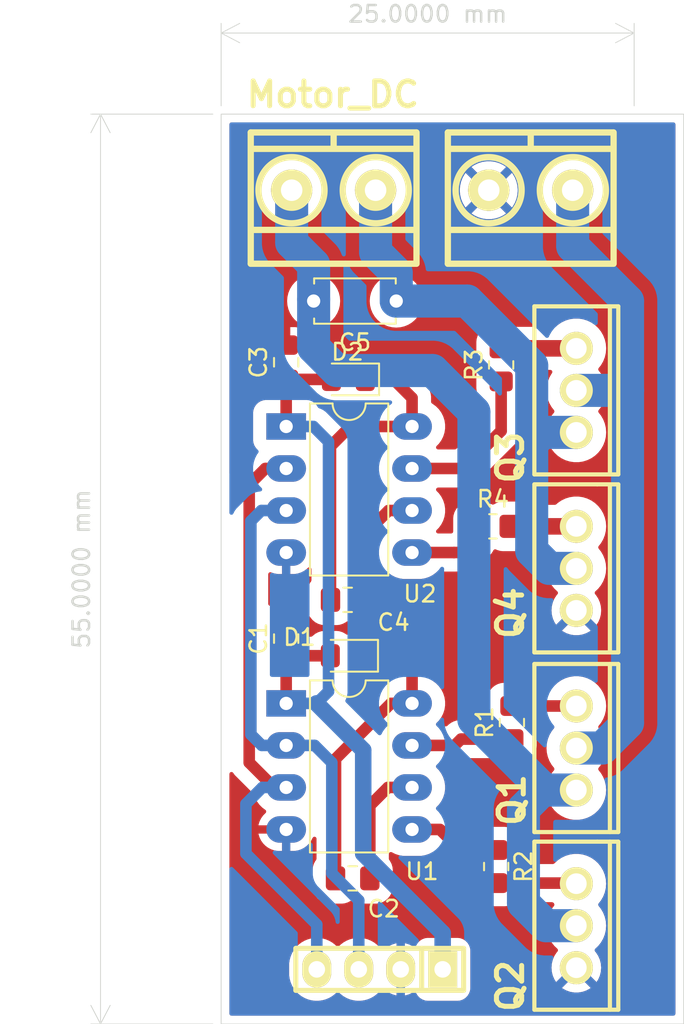
<source format=kicad_pcb>
(kicad_pcb (version 20240108) (generator "pcbnew") (generator_version "8.0")
  (layers (0 "F.Cu" signal) (31 "B.Cu" signal) (34 "B.Paste" user) (35 "F.Paste" user) (36 "B.SilkS" user "B.Silkscreen") (37 "F.SilkS" user "F.Silkscreen") (38 "B.Mask" user) (39 "F.Mask" user) (44 "Edge.Cuts" user))
  (net 0 "")
  (net 1 "GNDREF")
  (net 2 "+5V")
  (net 3 "Net-(U1-VS)")
  (net 4 "Net-(D1-K)")
  (net 5 "Net-(D2-K)")
  (net 6 "Net-(U2-VS)")
  (net 7 "Net-(M1-+)")
  (net 8 "Net-(M1--)")
  (net 9 "Net-(Q1-G)")
  (net 10 "VCC")
  (net 11 "Net-(Q2-G)")
  (net 12 "Net-(Q3-G)")
  (net 13 "Net-(Q4-G)")
  (net 14 "Net-(U1-HO)")
  (net 15 "Net-(U1-LO)")
  (net 16 "Net-(U2-HO)")
  (net 17 "Net-(U2-LO)")
  (net 18 "/IN1")
  (net 19 "/IN2")
  (footprint "Resistor_SMD:R_0805_2012Metric_Pad1.20x1.40mm_HandSolder" (layer "F.Cu") (at 126.65 116.985 -90)
    (property "Reference" "R2" (at 0 -1.65 90) (layer "F.SilkS"))
    (property "Value" "R")
    (fp_line (start -0.227064 0.735) (end 0.227064 0.735) (stroke (width 0.12)) (layer "F.SilkS"))
    (fp_line (start -0.227064 -0.735) (end 0.227064 -0.735) (stroke (width 0.12)) (layer "F.SilkS"))
    (pad "1" smd roundrect (at -1 0 270) (size 1.2 1.4) (layers "F.Cu" "F.Paste" "F.Mask") (roundrect_rratio 0.208333) (net 15 "Net-(U1-LO)"))
    (pad "2" smd roundrect (at 1 0 270) (size 1.2 1.4) (layers "F.Cu" "F.Paste" "F.Mask") (roundrect_rratio 0.208333) (net 11 "Net-(Q2-G)"))
  )
  (footprint "EESTN5:DIP-8" (layer "F.Cu") (at 113.9375 90.3825)
    (property "Reference" "U2" (at 8.095 10.12 0) (layer "F.SilkS"))
    (property "Value" "FAN7382" (hide yes))
    (fp_line (start 1.44 -1.39) (end 1.44 9.01) (stroke (width 0.12)) (layer "F.SilkS"))
    (fp_line (start 1.44 9.01) (end 6.18 9.01) (stroke (width 0.12)) (layer "F.SilkS"))
    (fp_line (start 2.81 -1.39) (end 1.44 -1.39) (stroke (width 0.12)) (layer "F.SilkS"))
    (fp_line (start 6.18 -1.39) (end 4.81 -1.39) (stroke (width 0.12)) (layer "F.SilkS"))
    (fp_line (start 6.18 9.01) (end 6.18 -1.39) (stroke (width 0.12)) (layer "F.SilkS"))
    (fp_arc (start 4.81 -1.39) (mid 3.81 -0.39) (end 2.81 -1.39) (stroke (width 0.12)) (layer "F.SilkS"))
    (pad "1" thru_hole rect (at 0 0) (size 2.4 1.6) (drill 0.8) (layers "*.Cu" "*.Mask") (net 2 "+5V"))
    (pad "2" thru_hole oval (at 0 2.54) (size 2.4 1.6) (drill 0.8) (layers "*.Cu" "*.Mask") (net 19 "/IN2"))
    (pad "3" thru_hole oval (at 0 5.08) (size 2.4 1.6) (drill 0.8) (layers "*.Cu" "*.Mask") (net 18 "/IN1"))
    (pad "4" thru_hole oval (at 0 7.62) (size 2.4 1.6) (drill 0.8) (layers "*.Cu" "*.Mask") (net 1 "GNDREF"))
    (pad "5" thru_hole oval (at 7.62 7.62) (size 2.4 1.6) (drill 0.8) (layers "*.Cu" "*.Mask") (net 17 "Net-(U2-LO)"))
    (pad "6" thru_hole oval (at 7.62 5.08) (size 2.4 1.6) (drill 0.8) (layers "*.Cu" "*.Mask") (net 6 "Net-(U2-VS)"))
    (pad "7" thru_hole oval (at 7.62 2.54) (size 2.4 1.6) (drill 0.8) (layers "*.Cu" "*.Mask") (net 16 "Net-(U2-HO)"))
    (pad "8" thru_hole oval (at 7.62 0) (size 2.4 1.6) (drill 0.8) (layers "*.Cu" "*.Mask") (net 5 "Net-(D2-K)"))
  )
  (footprint "Capacitor_SMD:C_0805_2012Metric_Pad1.18x1.45mm_HandSolder" (layer "F.Cu") (at 117.9625 117.7)
    (property "Reference" "C2" (at 1.88 1.84 0) (layer "F.SilkS"))
    (property "Value" "10u" (hide yes))
    (fp_line (start -0.261252 -0.735) (end 0.261252 -0.735) (stroke (width 0.12)) (layer "F.SilkS"))
    (fp_line (start -0.261252 0.735) (end 0.261252 0.735) (stroke (width 0.12)) (layer "F.SilkS"))
    (pad "1" smd roundrect (at -1.0375 0) (size 1.175 1.45) (layers "F.Cu" "F.Paste" "F.Mask") (roundrect_rratio 0.212766) (net 4 "Net-(D1-K)"))
    (pad "2" smd roundrect (at 1.0375 0) (size 1.175 1.45) (layers "F.Cu" "F.Paste" "F.Mask") (roundrect_rratio 0.212766) (net 3 "Net-(U1-VS)"))
  )
  (footprint "Capacitor_SMD:C_0805_2012Metric_Pad1.18x1.45mm_HandSolder" (layer "F.Cu") (at 113.9375 103.205 90)
    (property "Reference" "C1" (at 0 -1.68 90) (layer "F.SilkS"))
    (property "Value" "10u" (hide yes))
    (fp_line (start -0.261252 -0.735) (end 0.261252 -0.735) (stroke (width 0.12)) (layer "F.SilkS"))
    (fp_line (start -0.261252 0.735) (end 0.261252 0.735) (stroke (width 0.12)) (layer "F.SilkS"))
    (pad "1" smd roundrect (at -1.0375 0 90) (size 1.175 1.45) (layers "F.Cu" "F.Paste" "F.Mask") (roundrect_rratio 0.212766) (net 2 "+5V"))
    (pad "2" smd roundrect (at 1.0375 0 90) (size 1.175 1.45) (layers "F.Cu" "F.Paste" "F.Mask") (roundrect_rratio 0.212766) (net 1 "GNDREF"))
  )
  (footprint "EESTN5:TO-220" (layer "F.Cu") (at 131.5 120.56 -90)
    (property "Reference" "Q2" (at 3.64 4 90) (layer "F.SilkS") (effects (font (size 1.524 1.524) (thickness 0.3048))))
    (property "Value" "IRFZ44N" (hide yes))
    (fp_line (start -5.08 2.54) (end 5.08 2.54) (stroke (width 0.254)) (layer "F.SilkS"))
    (fp_line (start 5.08 2.54) (end 5.08 -2.54) (stroke (width 0.254)) (layer "F.SilkS"))
    (fp_line (start -5.08 -1.27) (end -5.08 2.54) (stroke (width 0.254)) (layer "F.SilkS"))
    (fp_line (start -5.08 -2.032) (end 5.08 -2.032) (stroke (width 0.254)) (layer "F.SilkS"))
    (fp_line (start -5.08 -2.54) (end -5.08 -1.27) (stroke (width 0.254)) (layer "F.SilkS"))
    (fp_line (start 5.08 -2.54) (end -5.08 -2.54) (stroke (width 0.254)) (layer "F.SilkS"))
    (pad "1" thru_hole circle (at -2.54 0 270) (size 2 2) (drill 1.24968) (layers "*.Cu" "*.Mask" "F.SilkS") (net 11 "Net-(Q2-G)"))
    (pad "2" thru_hole circle (at 0 0 270) (size 2 2) (drill 1.24968) (layers "*.Cu" "*.Mask" "F.SilkS") (net 8 "Net-(M1--)"))
    (pad "3" thru_hole circle (at 2.54 0 270) (size 2 2) (drill 1.24968) (layers "*.Cu" "*.Mask" "F.SilkS") (net 1 "GNDREF"))
  )
  (footprint "EESTN5:BORNERA2_AZUL" (layer "F.Cu") (at 116.81 76.1 180)
    (property "Reference" "M1" (hide yes))
    (property "Value" "Motor_DC" (at 0.05 5.78375 0) (layer "F.SilkS") (effects (font (size 1.5 1.5) (thickness 0.3))))
    (fp_line (start 5.0165 3.4925) (end 5.0165 -4.445) (stroke (width 0.381)) (layer "F.SilkS"))
    (fp_line (start 5.0165 -4.445) (end -4.9835 -4.445) (stroke (width 0.381)) (layer "F.SilkS"))
    (fp_line (start 0 2.54) (end 0 3.4845) (stroke (width 0.381)) (layer "F.SilkS"))
    (fp_line (start -4.9835 3.4925) (end 5.0165 3.4925) (stroke (width 0.381)) (layer "F.SilkS"))
    (fp_line (start -5 2.5) (end 5 2.5) (stroke (width 0.381)) (layer "F.SilkS"))
    (fp_line (start -5 -2.4) (end 5 -2.4) (stroke (width 0.381)) (layer "F.SilkS"))
    (fp_line (start -5.0165 -4.445) (end -5.0165 3.4925) (stroke (width 0.381)) (layer "F.SilkS"))
    (fp_circle (center 2.55 0) (end 0.55 0) (stroke (width 0.381)) (fill none) (layer "F.SilkS"))
    (fp_circle (center -2.55 0) (end -0.55 0) (stroke (width 0.381)) (fill none) (layer "F.SilkS"))
    (pad "1" thru_hole circle (at -2.54 0 180) (size 2.5 2.5) (drill 1.3) (layers "*.Cu" "*.Mask" "F.SilkS") (net 7 "Net-(M1-+)"))
    (pad "2" thru_hole circle (at 2.54 0 180) (size 2.5 2.5) (drill 1.3) (layers "*.Cu" "*.Mask" "F.SilkS") (net 8 "Net-(M1--)"))
  )
  (footprint "Resistor_SMD:R_0805_2012Metric_Pad1.20x1.40mm_HandSolder" (layer "F.Cu") (at 126.95 86.66 90)
    (property "Reference" "R3" (at 0 -1.65 90) (layer "F.SilkS"))
    (property "Value" "R")
    (fp_line (start -0.227064 -0.735) (end 0.227064 -0.735) (stroke (width 0.12)) (layer "F.SilkS"))
    (fp_line (start -0.227064 0.735) (end 0.227064 0.735) (stroke (width 0.12)) (layer "F.SilkS"))
    (pad "1" smd roundrect (at -1 0 90) (size 1.2 1.4) (layers "F.Cu" "F.Paste" "F.Mask") (roundrect_rratio 0.208333) (net 16 "Net-(U2-HO)"))
    (pad "2" smd roundrect (at 1 0 90) (size 1.2 1.4) (layers "F.Cu" "F.Paste" "F.Mask") (roundrect_rratio 0.208333) (net 12 "Net-(Q3-G)"))
  )
  (footprint "EESTN5:BORNERA2_AZUL" (layer "F.Cu") (at 128.74 76.1 180)
    (property "Reference" "J2" (hide yes))
    (property "Value" "Screw_Terminal_01x02" (hide yes))
    (fp_line (start 5.0165 3.4925) (end 5.0165 -4.445) (stroke (width 0.381)) (layer "F.SilkS"))
    (fp_line (start 5.0165 -4.445) (end -4.9835 -4.445) (stroke (width 0.381)) (layer "F.SilkS"))
    (fp_line (start 0 2.54) (end 0 3.4845) (stroke (width 0.381)) (layer "F.SilkS"))
    (fp_line (start -4.9835 3.4925) (end 5.0165 3.4925) (stroke (width 0.381)) (layer "F.SilkS"))
    (fp_line (start -5 2.5) (end 5 2.5) (stroke (width 0.381)) (layer "F.SilkS"))
    (fp_line (start -5 -2.4) (end 5 -2.4) (stroke (width 0.381)) (layer "F.SilkS"))
    (fp_line (start -5.0165 -4.445) (end -5.0165 3.4925) (stroke (width 0.381)) (layer "F.SilkS"))
    (fp_circle (center 2.55 0) (end 0.55 0) (stroke (width 0.381)) (fill none) (layer "F.SilkS"))
    (fp_circle (center -2.55 0) (end -0.55 0) (stroke (width 0.381)) (fill none) (layer "F.SilkS"))
    (pad "1" thru_hole circle (at -2.54 0 180) (size 2.5 2.5) (drill 1.3) (layers "*.Cu" "*.Mask" "F.SilkS") (net 10 "VCC"))
    (pad "2" thru_hole circle (at 2.54 0 180) (size 2.5 2.5) (drill 1.3) (layers "*.Cu" "*.Mask" "F.SilkS") (net 1 "GNDREF"))
  )
  (footprint "Resistor_SMD:R_0805_2012Metric_Pad1.20x1.40mm_HandSolder" (layer "F.Cu") (at 127.6 108.28 90)
    (property "Reference" "R1" (at 0 -1.65 90) (layer "F.SilkS"))
    (property "Value" "R")
    (fp_line (start -0.227064 -0.735) (end 0.227064 -0.735) (stroke (width 0.12)) (layer "F.SilkS"))
    (fp_line (start -0.227064 0.735) (end 0.227064 0.735) (stroke (width 0.12)) (layer "F.SilkS"))
    (pad "1" smd roundrect (at -1 0 90) (size 1.2 1.4) (layers "F.Cu" "F.Paste" "F.Mask") (roundrect_rratio 0.208333) (net 14 "Net-(U1-HO)"))
    (pad "2" smd roundrect (at 1 0 90) (size 1.2 1.4) (layers "F.Cu" "F.Paste" "F.Mask") (roundrect_rratio 0.208333) (net 9 "Net-(Q1-G)"))
  )
  (footprint "Capacitor_SMD:C_0805_2012Metric_Pad1.18x1.45mm_HandSolder" (layer "F.Cu") (at 113.9375 86.5 90)
    (property "Reference" "C3" (at 0 -1.68 90) (layer "F.SilkS"))
    (property "Value" "10u" (hide yes))
    (fp_line (start -0.261252 -0.735) (end 0.261252 -0.735) (stroke (width 0.12)) (layer "F.SilkS"))
    (fp_line (start -0.261252 0.735) (end 0.261252 0.735) (stroke (width 0.12)) (layer "F.SilkS"))
    (pad "1" smd roundrect (at -1.0375 0 90) (size 1.175 1.45) (layers "F.Cu" "F.Paste" "F.Mask") (roundrect_rratio 0.212766) (net 2 "+5V"))
    (pad "2" smd roundrect (at 1.0375 0 90) (size 1.175 1.45) (layers "F.Cu" "F.Paste" "F.Mask") (roundrect_rratio 0.212766) (net 1 "GNDREF"))
  )
  (footprint "Resistor_SMD:R_0805_2012Metric_Pad1.20x1.40mm_HandSolder" (layer "F.Cu") (at 126.45 96.42)
    (property "Reference" "R4" (at 0 -1.65 0) (layer "F.SilkS"))
    (property "Value" "R" (hide yes))
    (fp_line (start -0.227064 -0.735) (end 0.227064 -0.735) (stroke (width 0.12)) (layer "F.SilkS"))
    (fp_line (start -0.227064 0.735) (end 0.227064 0.735) (stroke (width 0.12)) (layer "F.SilkS"))
    (pad "1" smd roundrect (at -1 0) (size 1.2 1.4) (layers "F.Cu" "F.Paste" "F.Mask") (roundrect_rratio 0.208333) (net 17 "Net-(U2-LO)"))
    (pad "2" smd roundrect (at 1 0) (size 1.2 1.4) (layers "F.Cu" "F.Paste" "F.Mask") (roundrect_rratio 0.208333) (net 13 "Net-(Q4-G)"))
  )
  (footprint "Diode_SMD:D_0805_2012Metric_Pad1.15x1.40mm_HandSolder" (layer "F.Cu") (at 117.7 87.5375 180)
    (property "Reference" "D2" (at 0.0525 1.66 0) (layer "F.SilkS"))
    (property "Value" "1N4007" (hide yes))
    (fp_line (start 1 -0.96) (end -1.86 -0.96) (stroke (width 0.12)) (layer "F.SilkS"))
    (fp_line (start -1.86 0.96) (end 1 0.96) (stroke (width 0.12)) (layer "F.SilkS"))
    (fp_line (start -1.86 -0.96) (end -1.86 0.96) (stroke (width 0.12)) (layer "F.SilkS"))
    (pad "1" smd roundrect (at -1.025 0 180) (size 1.15 1.4) (layers "F.Cu" "F.Paste" "F.Mask") (roundrect_rratio 0.217391) (net 5 "Net-(D2-K)"))
    (pad "2" smd roundrect (at 1.025 0 180) (size 1.15 1.4) (layers "F.Cu" "F.Paste" "F.Mask") (roundrect_rratio 0.217391) (net 2 "+5V"))
  )
  (footprint "EESTN5:pin_strip_4" (layer "F.Cu") (at 119.6 123.2 180)
    (property "Reference" "J1" (hide yes))
    (property "Value" "CONEXIÓN DE CONTROL" (hide yes))
    (fp_line (start 5.08 1.27) (end -5.08 1.27) (stroke (width 0.3048)) (layer "F.SilkS"))
    (fp_line (start 5.08 -1.27) (end 5.08 1.27) (stroke (width 0.3048)) (layer "F.SilkS"))
    (fp_line (start -2.54 -1.27) (end -2.54 1.27) (stroke (width 0.3048)) (layer "F.SilkS"))
    (fp_line (start -5.08 1.27) (end -5.08 -1.27) (stroke (width 0.3048)) (layer "F.SilkS"))
    (fp_line (start -5.08 -1.27) (end 5.08 -1.27) (stroke (width 0.3048)) (layer "F.SilkS"))
    (pad "1" thru_hole rect (at -3.81 0 180) (size 1.75 2.2) (drill 1.00076) (layers "*.Cu" "*.Mask" "F.SilkS") (net 2 "+5V"))
    (pad "2" thru_hole oval (at -1.27 0 180) (size 1.75 2.2) (drill 1.00076) (layers "*.Cu" "*.Mask" "F.SilkS") (net 1 "GNDREF"))
    (pad "3" thru_hole oval (at 1.27 0 180) (size 1.75 2.2) (drill 1.00076) (layers "*.Cu" "*.Mask" "F.SilkS") (net 18 "/IN1"))
    (pad "4" thru_hole oval (at 3.81 0 180) (size 1.75 2.2) (drill 1.00076) (layers "*.Cu" "*.Mask" "F.SilkS") (net 19 "/IN2"))
  )
  (footprint "EESTN5:DIP-8" (layer "F.Cu") (at 113.9375 107.1225)
    (property "Reference" "U1" (at 8.22 10.16 0) (layer "F.SilkS"))
    (property "Value" "FAN7382" (hide yes))
    (fp_line (start 1.44 -1.39) (end 1.44 9.01) (stroke (width 0.12)) (layer "F.SilkS"))
    (fp_line (start 1.44 9.01) (end 6.18 9.01) (stroke (width 0.12)) (layer "F.SilkS"))
    (fp_line (start 2.81 -1.39) (end 1.44 -1.39) (stroke (width 0.12)) (layer "F.SilkS"))
    (fp_line (start 6.18 -1.39) (end 4.81 -1.39) (stroke (width 0.12)) (layer "F.SilkS"))
    (fp_line (start 6.18 9.01) (end 6.18 -1.39) (stroke (width 0.12)) (layer "F.SilkS"))
    (fp_arc (start 4.81 -1.39) (mid 3.81 -0.39) (end 2.81 -1.39) (stroke (width 0.12)) (layer "F.SilkS"))
    (pad "1" thru_hole rect (at 0 0) (size 2.4 1.6) (drill 0.8) (layers "*.Cu" "*.Mask") (net 2 "+5V"))
    (pad "2" thru_hole oval (at 0 2.54) (size 2.4 1.6) (drill 0.8) (layers "*.Cu" "*.Mask") (net 18 "/IN1"))
    (pad "3" thru_hole oval (at 0 5.08) (size 2.4 1.6) (drill 0.8) (layers "*.Cu" "*.Mask") (net 19 "/IN2"))
    (pad "4" thru_hole oval (at 0 7.62) (size 2.4 1.6) (drill 0.8) (layers "*.Cu" "*.Mask") (net 1 "GNDREF"))
    (pad "5" thru_hole oval (at 7.62 7.62) (size 2.4 1.6) (drill 0.8) (layers "*.Cu" "*.Mask") (net 15 "Net-(U1-LO)"))
    (pad "6" thru_hole oval (at 7.62 5.08) (size 2.4 1.6) (drill 0.8) (layers "*.Cu" "*.Mask") (net 3 "Net-(U1-VS)"))
    (pad "7" thru_hole oval (at 7.62 2.54) (size 2.4 1.6) (drill 0.8) (layers "*.Cu" "*.Mask") (net 14 "Net-(U1-HO)"))
    (pad "8" thru_hole oval (at 7.62 0) (size 2.4 1.6) (drill 0.8) (layers "*.Cu" "*.Mask") (net 4 "Net-(D1-K)"))
  )
  (footprint "EESTN5:TO-220" (layer "F.Cu") (at 131.5 98.96 -90)
    (property "Reference" "Q4" (at 2.7 4 90) (layer "F.SilkS") (effects (font (size 1.524 1.524) (thickness 0.3048))))
    (property "Value" "IRFZ44N" (hide yes))
    (fp_line (start -5.08 2.54) (end 5.08 2.54) (stroke (width 0.254)) (layer "F.SilkS"))
    (fp_line (start 5.08 2.54) (end 5.08 -2.54) (stroke (width 0.254)) (layer "F.SilkS"))
    (fp_line (start -5.08 -1.27) (end -5.08 2.54) (stroke (width 0.254)) (layer "F.SilkS"))
    (fp_line (start -5.08 -2.032) (end 5.08 -2.032) (stroke (width 0.254)) (layer "F.SilkS"))
    (fp_line (start -5.08 -2.54) (end -5.08 -1.27) (stroke (width 0.254)) (layer "F.SilkS"))
    (fp_line (start 5.08 -2.54) (end -5.08 -2.54) (stroke (width 0.254)) (layer "F.SilkS"))
    (pad "1" thru_hole circle (at -2.54 0 270) (size 2 2) (drill 1.24968) (layers "*.Cu" "*.Mask" "F.SilkS") (net 13 "Net-(Q4-G)"))
    (pad "2" thru_hole circle (at 0 0 270) (size 2 2) (drill 1.24968) (layers "*.Cu" "*.Mask" "F.SilkS") (net 7 "Net-(M1-+)"))
    (pad "3" thru_hole circle (at 2.54 0 270) (size 2 2) (drill 1.24968) (layers "*.Cu" "*.Mask" "F.SilkS") (net 1 "GNDREF"))
  )
  (footprint "EESTN5:TO-220" (layer "F.Cu") (at 131.5 109.82 -90)
    (property "Reference" "Q1" (at 3.14 3.9 90) (layer "F.SilkS") (effects (font (size 1.524 1.524) (thickness 0.3048))))
    (property "Value" "IRFZ44N" (hide yes))
    (fp_line (start -5.08 2.54) (end 5.08 2.54) (stroke (width 0.254)) (layer "F.SilkS"))
    (fp_line (start 5.08 2.54) (end 5.08 -2.54) (stroke (width 0.254)) (layer "F.SilkS"))
    (fp_line (start -5.08 -1.27) (end -5.08 2.54) (stroke (width 0.254)) (layer "F.SilkS"))
    (fp_line (start -5.08 -2.032) (end 5.08 -2.032) (stroke (width 0.254)) (layer "F.SilkS"))
    (fp_line (start -5.08 -2.54) (end -5.08 -1.27) (stroke (width 0.254)) (layer "F.SilkS"))
    (fp_line (start 5.08 -2.54) (end -5.08 -2.54) (stroke (width 0.254)) (layer "F.SilkS"))
    (pad "1" thru_hole circle (at -2.54 0 270) (size 2 2) (drill 1.24968) (layers "*.Cu" "*.Mask" "F.SilkS") (net 9 "Net-(Q1-G)"))
    (pad "2" thru_hole circle (at 0 0 270) (size 2 2) (drill 1.24968) (layers "*.Cu" "*.Mask" "F.SilkS") (net 10 "VCC"))
    (pad "3" thru_hole circle (at 2.54 0 270) (size 2 2) (drill 1.24968) (layers "*.Cu" "*.Mask" "F.SilkS") (net 8 "Net-(M1--)"))
  )
  (footprint "Diode_SMD:D_0805_2012Metric_Pad1.15x1.40mm_HandSolder" (layer "F.Cu") (at 117.635 104.2425 180)
    (property "Reference" "D1" (at 2.8975 1.12 0) (layer "F.SilkS"))
    (property "Value" "1N4007" (hide yes))
    (fp_line (start 1 -0.96) (end -1.86 -0.96) (stroke (width 0.12)) (layer "F.SilkS"))
    (fp_line (start -1.86 0.96) (end 1 0.96) (stroke (width 0.12)) (layer "F.SilkS"))
    (fp_line (start -1.86 -0.96) (end -1.86 0.96) (stroke (width 0.12)) (layer "F.SilkS"))
    (pad "1" smd roundrect (at -1.025 0 180) (size 1.15 1.4) (layers "F.Cu" "F.Paste" "F.Mask") (roundrect_rratio 0.217391) (net 4 "Net-(D1-K)"))
    (pad "2" smd roundrect (at 1.025 0 180) (size 1.15 1.4) (layers "F.Cu" "F.Paste" "F.Mask") (roundrect_rratio 0.217391) (net 2 "+5V"))
  )
  (footprint "EESTN5:TO-220" (layer "F.Cu") (at 131.5 88.2 -90)
    (property "Reference" "Q3" (at 4.06 4 90) (layer "F.SilkS") (effects (font (size 1.524 1.524) (thickness 0.3048))))
    (property "Value" "IRFZ44N" (hide yes))
    (fp_line (start -5.08 2.54) (end 5.08 2.54) (stroke (width 0.254)) (layer "F.SilkS"))
    (fp_line (start 5.08 2.54) (end 5.08 -2.54) (stroke (width 0.254)) (layer "F.SilkS"))
    (fp_line (start -5.08 -1.27) (end -5.08 2.54) (stroke (width 0.254)) (layer "F.SilkS"))
    (fp_line (start -5.08 -2.032) (end 5.08 -2.032) (stroke (width 0.254)) (layer "F.SilkS"))
    (fp_line (start -5.08 -2.54) (end -5.08 -1.27) (stroke (width 0.254)) (layer "F.SilkS"))
    (fp_line (start 5.08 -2.54) (end -5.08 -2.54) (stroke (width 0.254)) (layer "F.SilkS"))
    (pad "1" thru_hole circle (at -2.54 0 270) (size 2 2) (drill 1.24968) (layers "*.Cu" "*.Mask" "F.SilkS") (net 12 "Net-(Q3-G)"))
    (pad "2" thru_hole circle (at 0 0 270) (size 2 2) (drill 1.24968) (layers "*.Cu" "*.Mask" "F.SilkS") (net 10 "VCC"))
    (pad "3" thru_hole circle (at 2.54 0 270) (size 2 2) (drill 1.24968) (layers "*.Cu" "*.Mask" "F.SilkS") (net 7 "Net-(M1-+)"))
  )
  (footprint "Capacitor_SMD:C_0805_2012Metric_Pad1.18x1.45mm_HandSolder" (layer "F.Cu") (at 117.6575 100.8625)
    (property "Reference" "C4" (at 2.78 1.36 0) (layer "F.SilkS"))
    (property "Value" "10u" (hide yes))
    (fp_line (start -0.261252 -0.735) (end 0.261252 -0.735) (stroke (width 0.12)) (layer "F.SilkS"))
    (fp_line (start -0.261252 0.735) (end 0.261252 0.735) (stroke (width 0.12)) (layer "F.SilkS"))
    (pad "1" smd roundrect (at -1.0375 0) (size 1.175 1.45) (layers "F.Cu" "F.Paste" "F.Mask") (roundrect_rratio 0.212766) (net 5 "Net-(D2-K)"))
    (pad "2" smd roundrect (at 1.0375 0) (size 1.175 1.45) (layers "F.Cu" "F.Paste" "F.Mask") (roundrect_rratio 0.212766) (net 6 "Net-(U2-VS)"))
  )
  (footprint "Capacitor_THT:C_Disc_D4.7mm_W2.5mm_P5.00mm" (layer "F.Cu") (at 120.6 82.8 180)
    (property "Reference" "C5" (at 2.5 -2.5 180) (layer "F.SilkS"))
    (property "Value" "100n")
    (fp_line (start 4.97 1.055) (end 4.97 1.37) (stroke (width 0.12)) (layer "F.SilkS"))
    (fp_line (start 4.97 -1.37) (end 4.97 -1.055) (stroke (width 0.12)) (layer "F.SilkS"))
    (fp_line (start 0.03 1.37) (end 4.97 1.37) (stroke (width 0.12)) (layer "F.SilkS"))
    (fp_line (start 0.03 1.055) (end 0.03 1.37) (stroke (width 0.12)) (layer "F.SilkS"))
    (fp_line (start 0.03 -1.37) (end 4.97 -1.37) (stroke (width 0.12)) (layer "F.SilkS"))
    (fp_line (start 0.03 -1.37) (end 0.03 -1.055) (stroke (width 0.12)) (layer "F.SilkS"))
    (pad "1" thru_hole circle (at 0 0 180) (size 1.6 1.6) (drill 0.8) (layers "*.Cu" "*.Mask") (net 7 "Net-(M1-+)"))
    (pad "2" thru_hole circle (at 5 0 180) (size 1.6 1.6) (drill 0.8) (layers "*.Cu" "*.Mask") (net 8 "Net-(M1--)"))
  )
  (gr_rect (start 110 71.5) (end 138 126.5) (stroke (width 0.05)) (fill none) (layer "Edge.Cuts"))
  (dimension (type aligned) (layer "Edge.Cuts") (pts (xy 110 71.5) (xy 110 126.5)) (height 7.299999) (gr_text "55,0000 mm" (at 101.550001 99 90) (layer "Edge.Cuts") (effects (font (size 1 1) (thickness 0.15)))) (format (prefix "") (suffix "") (units 3) (units_format 1) (precision 4)) (style (thickness 0.05) (arrow_length 1.27) (text_position_mode 0) (extension_height 0.58642) (extension_offset 0.5) keep_text_aligned))
  (dimension (type aligned) (layer "Edge.Cuts") (pts (xy 135 71.5) (xy 110 71.5)) (height 4.899999) (gr_text "25,0000 mm" (at 122.5 65.450001 0) (layer "Edge.Cuts") (effects (font (size 1 1) (thickness 0.15)))) (format (prefix "") (suffix "") (units 3) (units_format 1) (precision 4)) (style (thickness 0.05) (arrow_length 1.27) (text_position_mode 0) (extension_height 0.58642) (extension_offset 0.5) keep_text_aligned))
  (segment (start 113.9375 104.2425) (end 113.9375 107.1225) (width 0.7) (layer "F.Cu") (net 2))
  (segment (start 116.675 87.5375) (end 113.9375 87.5375) (width 0.7) (layer "F.Cu") (net 2))
  (segment (start 113.9375 104.2425) (end 116.61 104.2425) (width 0.7) (layer "F.Cu") (net 2))
  (segment (start 113.9375 87.5375) (end 113.9375 90.3825) (width 0.7) (layer "F.Cu") (net 2))
  (segment (start 123.41 123.2) (end 123.41 121.01) (width 1) (layer "B.Cu") (net 2))
  (segment (start 115.5825 90.3825) (end 116.5 91.3) (width 0.7) (layer "B.Cu") (net 2))
  (segment (start 116.5 91.3) (end 116.5 106.4) (width 0.7) (layer "B.Cu") (net 2))
  (segment (start 123.41 121.01) (end 118.6 116.2) (width 1) (layer "B.Cu") (net 2))
  (segment (start 115.7775 107.1225) (end 113.9375 107.1225) (width 0.7) (layer "B.Cu") (net 2))
  (segment (start 113.9375 90.3825) (end 115.5825 90.3825) (width 0.7) (layer "B.Cu") (net 2))
  (segment (start 118.6 116.2) (end 118.6 109.945) (width 1) (layer "B.Cu") (net 2))
  (segment (start 116.5 106.4) (end 115.7775 107.1225) (width 0.7) (layer "B.Cu") (net 2))
  (segment (start 118.6 109.945) (end 115.7775 107.1225) (width 1) (layer "B.Cu") (net 2))
  (segment (start 119 113.3) (end 119 117.7) (width 0.7) (layer "F.Cu") (net 3))
  (segment (start 121.5575 112.2025) (end 120.0975 112.2025) (width 0.7) (layer "F.Cu") (net 3))
  (segment (start 120.0975 112.2025) (end 119 113.3) (width 0.7) (layer "F.Cu") (net 3))
  (segment (start 120.4425 104.2425) (end 118.66 104.2425) (width 0.7) (layer "F.Cu") (net 4))
  (segment (start 121.5575 107.1225) (end 121.5575 105.3575) (width 0.7) (layer "F.Cu") (net 4))
  (segment (start 120.2775 107.1225) (end 121.5575 107.1225) (width 0.7) (layer "F.Cu") (net 4))
  (segment (start 116.925 117.7) (end 116.925 110.475) (width 0.7) (layer "F.Cu") (net 4))
  (segment (start 121.5575 105.3575) (end 120.4425 104.2425) (width 0.7) (layer "F.Cu") (net 4))
  (segment (start 116.925 110.475) (end 120.2775 107.1225) (width 0.7) (layer "F.Cu") (net 4))
  (segment (start 121.5575 90.3825) (end 117.8175 90.3825) (width 0.7) (layer "F.Cu") (net 5))
  (segment (start 117.8175 90.3825) (end 116.62 91.58) (width 0.7) (layer "F.Cu") (net 5))
  (segment (start 118.725 87.5375) (end 120.4375 87.5375) (width 0.7) (layer "F.Cu") (net 5))
  (segment (start 120.4375 87.5375) (end 121.5575 88.6575) (width 0.7) (layer "F.Cu") (net 5))
  (segment (start 116.62 91.58) (end 116.62 100.8625) (width 0.7) (layer "F.Cu") (net 5))
  (segment (start 121.5575 88.6575) (end 121.5575 90.3825) (width 0.7) (layer "F.Cu") (net 5))
  (segment (start 120.1375 95.4625) (end 121.5575 95.4625) (width 0.7) (layer "F.Cu") (net 6))
  (segment (start 118.695 100.8625) (end 118.695 96.905) (width 0.7) (layer "F.Cu") (net 6))
  (segment (start 118.695 96.905) (end 120.1375 95.4625) (width 0.7) (layer "F.Cu") (net 6))
  (segment (start 119.35 79.85) (end 119.35 76.1) (width 2) (layer "B.Cu") (net 7))
  (segment (start 124.9 82.8) (end 120.6 82.8) (width 2) (layer "B.Cu") (net 7))
  (segment (start 129.5 90.7) (end 129.54 90.74) (width 2) (layer "B.Cu") (net 7))
  (segment (start 129.54 90.74) (end 131.5 90.74) (width 2) (layer "B.Cu") (net 7))
  (segment (start 129.86 98.96) (end 128.8 97.9) (width 2) (layer "B.Cu") (net 7))
  (segment (start 128.8 97.9) (end 128.8 91.4) (width 2) (layer "B.Cu") (net 7))
  (segment (start 128.8 91.4) (end 128.8 86.7) (width 2) (layer "B.Cu") (net 7))
  (segment (start 128.8 86.7) (end 124.9 82.8) (width 2) (layer "B.Cu") (net 7))
  (segment (start 120.6 82.8) (end 120.6 81.1) (width 2) (layer "B.Cu") (net 7))
  (segment (start 131.5 98.96) (end 129.86 98.96) (width 2) (layer "B.Cu") (net 7))
  (segment (start 128.8 91.4) (end 129.5 90.7) (width 2) (layer "B.Cu") (net 7))
  (segment (start 120.6 81.1) (end 119.35 79.85) (width 2) (layer "B.Cu") (net 7))
  (segment (start 129.5 112.3) (end 129.56 112.36) (width 2) (layer "B.Cu") (net 8))
  (segment (start 122.8 87) (end 117 87) (width 2) (layer "B.Cu") (net 8))
  (segment (start 129.56 112.36) (end 131.5 112.36) (width 2) (layer "B.Cu") (net 8))
  (segment (start 129.66 120.56) (end 128.3 119.2) (width 2) (layer "B.Cu") (net 8))
  (segment (start 115.6 82.7) (end 115.6 80.6) (width 2) (layer "B.Cu") (net 8))
  (segment (start 125.3 108.1) (end 125.3 89.5) (width 2) (layer "B.Cu") (net 8))
  (segment (start 115.6 80.6) (end 114.27 79.27) (width 2) (layer "B.Cu") (net 8))
  (segment (start 129.5 112.3) (end 125.3 108.1) (width 2) (layer "B.Cu") (net 8))
  (segment (start 117 87) (end 115.6 85.6) (width 2) (layer "B.Cu") (net 8))
  (segment (start 115.6 85.6) (end 115.6 82.7) (width 2) (layer "B.Cu") (net 8))
  (segment (start 125.3 89.5) (end 122.8 87) (width 2) (layer "B.Cu") (net 8))
  (segment (start 128.3 119.2) (end 128.3 113.5) (width 2) (layer "B.Cu") (net 8))
  (segment (start 128.3 113.5) (end 129.5 112.3) (width 2) (layer "B.Cu") (net 8))
  (segment (start 114.27 79.27) (end 114.27 76.1) (width 2) (layer "B.Cu") (net 8))
  (segment (start 131.5 120.56) (end 129.66 120.56) (width 2) (layer "B.Cu") (net 8))
  (segment (start 127.6 107.28) (end 131.5 107.28) (width 0.7) (layer "F.Cu") (net 9))
  (segment (start 133.08 109.82) (end 131.5 109.82) (width 2) (layer "B.Cu") (net 10))
  (segment (start 131.28 79.48) (end 134.6 82.8) (width 2) (layer "B.Cu") (net 10))
  (segment (start 131.28 76.1) (end 131.28 79.48) (width 2) (layer "B.Cu") (net 10))
  (segment (start 131.5 88.2) (end 134.6 88.2) (width 2) (layer "B.Cu") (net 10))
  (segment (start 134.6 82.8) (end 134.6 88.2) (width 2) (layer "B.Cu") (net 10))
  (segment (start 134.6 88.2) (end 134.6 108.3) (width 2) (layer "B.Cu") (net 10))
  (segment (start 134.6 108.3) (end 133.08 109.82) (width 2) (layer "B.Cu") (net 10))
  (segment (start 131.465 117.985) (end 131.5 118.02) (width 0.7) (layer "F.Cu") (net 11))
  (segment (start 126.65 117.985) (end 131.465 117.985) (width 0.7) (layer "F.Cu") (net 11))
  (segment (start 126.95 85.66) (end 131.5 85.66) (width 1) (layer "F.Cu") (net 12))
  (segment (start 127.45 96.42) (end 131.5 96.42) (width 1) (layer "F.Cu") (net 13))
  (segment (start 124.52 109.28) (end 124.1375 109.6625) (width 0.7) (layer "F.Cu") (net 14))
  (segment (start 127.6 109.28) (end 124.52 109.28) (width 0.7) (layer "F.Cu") (net 14))
  (segment (start 124.1375 109.6625) (end 121.5575 109.6625) (width 0.7) (layer "F.Cu") (net 14))
  (segment (start 124.485 115.985) (end 126.65 115.985) (width 0.7) (layer "F.Cu") (net 15))
  (segment (start 121.5575 114.7425) (end 123.2425 114.7425) (width 0.7) (layer "F.Cu") (net 15))
  (segment (start 123.2425 114.7425) (end 124.485 115.985) (width 0.7) (layer "F.Cu") (net 15))
  (segment (start 126.95 87.66) (end 126.95 90.65) (width 0.7) (layer "F.Cu") (net 16))
  (segment (start 124.6775 92.9225) (end 121.5575 92.9225) (width 0.7) (layer "F.Cu") (net 16))
  (segment (start 126.95 90.65) (end 124.6775 92.9225) (width 0.7) (layer "F.Cu") (net 16))
  (segment (start 124.8 98) (end 124.1 98) (width 0.7) (layer "F.Cu") (net 17))
  (segment (start 125.45 96.42) (end 125.45 97.35) (width 0.7) (layer "F.Cu") (net 17))
  (segment (start 125.45 97.35) (end 124.8 98) (width 0.7) (layer "F.Cu") (net 17))
  (segment (start 124.1 98) (end 124.0975 98.0025) (width 0.7) (layer "F.Cu") (net 17))
  (segment (start 124.0975 98.0025) (end 121.5575 98.0025) (width 0.7) (layer "F.Cu") (net 17))
  (segment (start 113.9375 109.6625) (end 112.4625 109.6625) (width 0.7) (layer "B.Cu") (net 18))
  (segment (start 118.33 119.03) (end 116.7 117.4) (width 0.7) (layer "B.Cu") (net 18))
  (segment (start 116.7 117.4) (end 116.7 110.7) (width 0.7) (layer "B.Cu") (net 18))
  (segment (start 111.8 96.1) (end 112.4375 95.4625) (width 0.7) (layer "B.Cu") (net 18))
  (segment (start 112.4625 109.6625) (end 111.8 109) (width 0.7) (layer "B.Cu") (net 18))
  (segment (start 115.6625 109.6625) (end 113.9375 109.6625) (width 0.7) (layer "B.Cu") (net 18))
  (segment (start 111.8 109) (end 111.8 96.1) (width 0.7) (layer "B.Cu") (net 18))
  (segment (start 116.7 110.7) (end 115.6625 109.6625) (width 0.7) (layer "B.Cu") (net 18))
  (segment (start 118.33 123.2) (end 118.33 119.03) (width 0.7) (layer "B.Cu") (net 18))
  (segment (start 112.4375 95.4625) (end 113.9375 95.4625) (width 0.7) (layer "B.Cu") (net 18))
  (segment (start 112.6775 92.9225) (end 113.9375 92.9225) (width 0.7) (layer "F.Cu") (net 19))
  (segment (start 113.2025 112.2025) (end 111.7 110.7) (width 0.7) (layer "F.Cu") (net 19))
  (segment (start 113.9375 112.2025) (end 113.2025 112.2025) (width 0.7) (layer "F.Cu") (net 19))
  (segment (start 111.7 93.9) (end 112.6775 92.9225) (width 0.7) (layer "F.Cu") (net 19))
  (segment (start 111.7 110.7) (end 111.7 93.9) (width 0.7) (layer "F.Cu") (net 19))
  (segment (start 112.4975 112.2025) (end 113.9375 112.2025) (width 0.7) (layer "B.Cu") (net 19))
  (segment (start 115.79 120.49) (end 111.5 116.2) (width 0.7) (layer "B.Cu") (net 19))
  (segment (start 115.79 123.2) (end 115.79 120.49) (width 0.7) (layer "B.Cu") (net 19))
  (segment (start 111.5 113.2) (end 112.4975 112.2025) (width 0.7) (layer "B.Cu") (net 19))
  (segment (start 111.5 116.2) (end 111.5 113.2) (width 0.7) (layer "B.Cu") (net 19))
  (zone (net 1) (net_name "GNDREF") (layer "F.Cu") (connect_pads (clearance 0.8)) (min_thickness 0.25) (fill yes (thermal_gap 0.5) (thermal_bridge_width 0.5) (island_removal_mode 2) (island_area_min 10))
    (polygon (pts (xy 110 71.5) (xy 110 126.5) (xy 138 126.5) (xy 138 71.5)))
  )
  (zone (net 1) (net_name "GNDREF") (layer "B.Cu") (priority 1) (connect_pads (clearance 0.8)) (min_thickness 0.25) (fill yes (thermal_gap 0.5) (thermal_bridge_width 0.5) (island_removal_mode 2) (island_area_min 10))
    (polygon (pts (xy 110 71.5) (xy 138 71.5) (xy 138 126.5) (xy 110 126.5)))
  )
)
</source>
